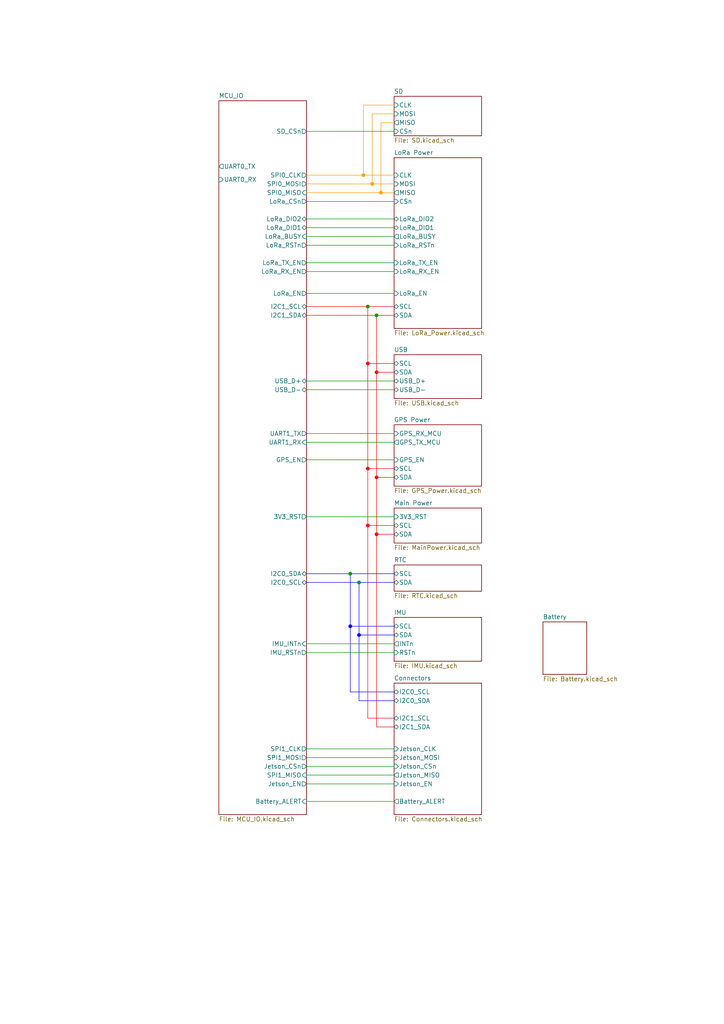
<source format=kicad_sch>
(kicad_sch
	(version 20231120)
	(generator "eeschema")
	(generator_version "8.0")
	(uuid "4c932743-8c6f-426e-9c1f-5a3f2b32c70d")
	(paper "A4" portrait)
	(lib_symbols)
	(junction
		(at 109.22 91.44)
		(diameter 0)
		(color 0 0 0 0)
		(uuid "0173eb6c-4bb3-4e49-a642-82d9d0c48f54")
	)
	(junction
		(at 106.68 135.89)
		(diameter 0)
		(color 255 0 0 1)
		(uuid "0ed76773-f47f-4a3c-854a-db4c44e985f1")
	)
	(junction
		(at 104.14 168.91)
		(diameter 0)
		(color 0 0 0 0)
		(uuid "29218e4d-2e5c-43fd-9d57-1825ba13b821")
	)
	(junction
		(at 106.68 152.4)
		(diameter 0)
		(color 255 0 24 1)
		(uuid "6b746409-a44e-4685-924f-750d70e8557c")
	)
	(junction
		(at 107.95 53.34)
		(diameter 0)
		(color 255 153 0 1)
		(uuid "7cc7569b-0969-4e32-8f42-70a4318d53ea")
	)
	(junction
		(at 106.68 88.9)
		(diameter 0)
		(color 0 0 0 0)
		(uuid "7fd7690c-1d18-449e-8923-51fdac15c2ed")
	)
	(junction
		(at 109.22 138.43)
		(diameter 0)
		(color 255 0 0 1)
		(uuid "850d2bac-0c7c-4554-a0db-20edf1c2953d")
	)
	(junction
		(at 106.68 105.41)
		(diameter 0)
		(color 255 0 0 1)
		(uuid "95081b59-3a0e-4739-b319-7ffd79ff9fb8")
	)
	(junction
		(at 104.14 184.15)
		(diameter 0)
		(color 0 0 255 1)
		(uuid "a2981548-7605-4cd9-8cf9-6748520deae3")
	)
	(junction
		(at 105.41 50.8)
		(diameter 0)
		(color 255 153 0 1)
		(uuid "b51d4e5f-8166-4475-9a46-04de80ed2f4e")
	)
	(junction
		(at 101.6 181.61)
		(diameter 0)
		(color 0 0 255 1)
		(uuid "bf095516-f558-402f-a049-04e296a55b2c")
	)
	(junction
		(at 101.6 166.37)
		(diameter 0)
		(color 0 0 0 0)
		(uuid "ce97ff93-5413-4325-b1bd-422e880803d3")
	)
	(junction
		(at 109.22 107.95)
		(diameter 0)
		(color 255 0 0 1)
		(uuid "d7c47aa9-2a74-491e-a354-1157457f43e7")
	)
	(junction
		(at 109.22 154.94)
		(diameter 0)
		(color 255 0 0 1)
		(uuid "e6ac7765-2ebd-4999-bb76-f2e6e70b7ac7")
	)
	(junction
		(at 110.49 55.88)
		(diameter 0)
		(color 255 153 0 1)
		(uuid "ef772079-a004-4cc4-b0f0-9ec5b1b51bf5")
	)
	(wire
		(pts
			(xy 107.95 33.02) (xy 107.95 53.34)
		)
		(stroke
			(width 0)
			(type default)
			(color 255 153 0 1)
		)
		(uuid "00e2a96b-dfc3-4615-896d-dbbf23d16375")
	)
	(wire
		(pts
			(xy 114.3 166.37) (xy 101.6 166.37)
		)
		(stroke
			(width 0)
			(type default)
			(color 0 0 255 1)
		)
		(uuid "075f93bc-0c72-4a40-a6f2-de0f68745e04")
	)
	(wire
		(pts
			(xy 88.9 168.91) (xy 104.14 168.91)
		)
		(stroke
			(width 0)
			(type default)
			(color 0 0 255 1)
		)
		(uuid "0e7d9b74-bb7f-4fa4-8005-c6169ee63ad3")
	)
	(wire
		(pts
			(xy 106.68 152.4) (xy 114.3 152.4)
		)
		(stroke
			(width 0)
			(type default)
			(color 255 0 24 1)
		)
		(uuid "0f26bec6-0727-4233-aedd-96a2e0f8c26b")
	)
	(wire
		(pts
			(xy 88.9 63.5) (xy 114.3 63.5)
		)
		(stroke
			(width 0)
			(type default)
		)
		(uuid "128e152f-9909-4889-94e3-dd130bbacbd2")
	)
	(wire
		(pts
			(xy 88.9 38.1) (xy 114.3 38.1)
		)
		(stroke
			(width 0)
			(type default)
		)
		(uuid "1d8d30f8-1c25-4158-985d-b195cbae722d")
	)
	(wire
		(pts
			(xy 88.9 227.33) (xy 114.3 227.33)
		)
		(stroke
			(width 0)
			(type default)
		)
		(uuid "1dc19486-0d56-412a-9290-c745ab41d842")
	)
	(wire
		(pts
			(xy 88.9 125.73) (xy 114.3 125.73)
		)
		(stroke
			(width 0)
			(type default)
		)
		(uuid "1e105472-5c4f-4901-a25b-a0f4344b2196")
	)
	(wire
		(pts
			(xy 114.3 88.9) (xy 106.68 88.9)
		)
		(stroke
			(width 0)
			(type default)
			(color 255 0 0 1)
		)
		(uuid "1eb03df7-79ee-4fdd-90a7-411c074a92d4")
	)
	(wire
		(pts
			(xy 104.14 203.2) (xy 114.3 203.2)
		)
		(stroke
			(width 0)
			(type default)
			(color 0 0 255 1)
		)
		(uuid "23706233-b5fc-44bc-ab4d-a322435e4642")
	)
	(wire
		(pts
			(xy 88.9 149.86) (xy 114.3 149.86)
		)
		(stroke
			(width 0)
			(type default)
		)
		(uuid "25c831ee-8447-4725-98e9-65ca432aab51")
	)
	(wire
		(pts
			(xy 109.22 154.94) (xy 109.22 210.82)
		)
		(stroke
			(width 0)
			(type default)
			(color 255 0 0 1)
		)
		(uuid "2cdadd40-94ed-402c-81b4-989ae56ed760")
	)
	(wire
		(pts
			(xy 88.9 110.49) (xy 114.3 110.49)
		)
		(stroke
			(width 0)
			(type default)
		)
		(uuid "2e0dcd32-312c-45cd-a0e0-549fcc6e1e54")
	)
	(wire
		(pts
			(xy 114.3 208.28) (xy 106.68 208.28)
		)
		(stroke
			(width 0)
			(type default)
			(color 255 0 24 1)
		)
		(uuid "2f5b42e6-bd34-4d89-acb5-91397e4027fa")
	)
	(wire
		(pts
			(xy 88.9 58.42) (xy 114.3 58.42)
		)
		(stroke
			(width 0)
			(type default)
		)
		(uuid "37151994-4f4b-4b83-bdc4-880df98f5aa9")
	)
	(wire
		(pts
			(xy 88.9 133.35) (xy 114.3 133.35)
		)
		(stroke
			(width 0)
			(type default)
		)
		(uuid "37a82815-4b0c-43c0-8b45-c79e4bf431d5")
	)
	(wire
		(pts
			(xy 88.9 88.9) (xy 106.68 88.9)
		)
		(stroke
			(width 0)
			(type default)
			(color 255 0 0 1)
		)
		(uuid "3c3ebc27-6906-4e6b-9fef-b6bec1bab733")
	)
	(wire
		(pts
			(xy 114.3 138.43) (xy 109.22 138.43)
		)
		(stroke
			(width 0)
			(type default)
			(color 255 0 0 1)
		)
		(uuid "3d2d918d-7ab9-4cf0-b938-cfcd79163356")
	)
	(wire
		(pts
			(xy 88.9 66.04) (xy 114.3 66.04)
		)
		(stroke
			(width 0)
			(type default)
		)
		(uuid "43023ba7-fef4-4c8a-8401-ab2457d2cd87")
	)
	(wire
		(pts
			(xy 88.9 189.23) (xy 114.3 189.23)
		)
		(stroke
			(width 0)
			(type default)
		)
		(uuid "4519523e-f30d-49f9-922f-50f65ebed652")
	)
	(wire
		(pts
			(xy 88.9 55.88) (xy 110.49 55.88)
		)
		(stroke
			(width 0)
			(type default)
			(color 255 153 0 1)
		)
		(uuid "4d889ff6-bcfc-4500-9b78-90a5fea9192b")
	)
	(wire
		(pts
			(xy 88.9 71.12) (xy 114.3 71.12)
		)
		(stroke
			(width 0)
			(type default)
		)
		(uuid "506006bd-ee5e-41d5-ae90-344f650fc1c2")
	)
	(wire
		(pts
			(xy 88.9 128.27) (xy 114.3 128.27)
		)
		(stroke
			(width 0)
			(type default)
		)
		(uuid "5d162be7-8f04-4210-9164-fa39b6736710")
	)
	(wire
		(pts
			(xy 106.68 88.9) (xy 106.68 105.41)
		)
		(stroke
			(width 0)
			(type default)
			(color 255 0 0 1)
		)
		(uuid "5e7779a8-275e-43c9-beec-205bebab246e")
	)
	(wire
		(pts
			(xy 109.22 138.43) (xy 109.22 107.95)
		)
		(stroke
			(width 0)
			(type default)
			(color 255 0 0 1)
		)
		(uuid "5f003af9-6f7c-4415-99e9-327699e6ce0e")
	)
	(wire
		(pts
			(xy 109.22 91.44) (xy 109.22 107.95)
		)
		(stroke
			(width 0)
			(type default)
			(color 255 0 0 1)
		)
		(uuid "60ca2c5b-484c-492d-a6f6-b74a5d0dca21")
	)
	(wire
		(pts
			(xy 88.9 224.79) (xy 114.3 224.79)
		)
		(stroke
			(width 0)
			(type default)
		)
		(uuid "6276f688-dd5f-43c3-8d5d-3f2208c4a5ed")
	)
	(wire
		(pts
			(xy 104.14 184.15) (xy 104.14 203.2)
		)
		(stroke
			(width 0)
			(type default)
			(color 0 0 255 1)
		)
		(uuid "63277cf1-d003-4f7b-94fc-38aa96124472")
	)
	(wire
		(pts
			(xy 88.9 76.2) (xy 114.3 76.2)
		)
		(stroke
			(width 0)
			(type default)
		)
		(uuid "6530f766-34aa-4e79-8ed3-e1c1ea64ba14")
	)
	(wire
		(pts
			(xy 114.3 184.15) (xy 104.14 184.15)
		)
		(stroke
			(width 0)
			(type default)
			(color 0 0 255 1)
		)
		(uuid "66c369fa-cf69-4411-bcb4-45dddf438ac0")
	)
	(wire
		(pts
			(xy 88.9 219.71) (xy 114.3 219.71)
		)
		(stroke
			(width 0)
			(type default)
		)
		(uuid "6e501006-d6c6-4f44-8ebe-8a7392f5b1dd")
	)
	(wire
		(pts
			(xy 106.68 152.4) (xy 106.68 135.89)
		)
		(stroke
			(width 0)
			(type default)
			(color 255 0 0 1)
		)
		(uuid "6eaf4722-4ebe-44dd-ac2f-e571fd87fbdd")
	)
	(wire
		(pts
			(xy 101.6 181.61) (xy 114.3 181.61)
		)
		(stroke
			(width 0)
			(type default)
			(color 0 0 255 1)
		)
		(uuid "799c45db-8dc8-4548-9acd-366506ecda3f")
	)
	(wire
		(pts
			(xy 109.22 107.95) (xy 114.3 107.95)
		)
		(stroke
			(width 0)
			(type default)
			(color 255 0 0 1)
		)
		(uuid "84329491-a80a-49d9-921c-2b27c1d47b7e")
	)
	(wire
		(pts
			(xy 101.6 181.61) (xy 101.6 200.66)
		)
		(stroke
			(width 0)
			(type default)
			(color 0 0 255 1)
		)
		(uuid "8b1b52e7-df06-4c43-951f-81579a844793")
	)
	(wire
		(pts
			(xy 114.3 35.56) (xy 110.49 35.56)
		)
		(stroke
			(width 0)
			(type default)
			(color 255 153 0 1)
		)
		(uuid "8b33ec89-0398-458f-b5bb-7f59241addb2")
	)
	(wire
		(pts
			(xy 88.9 50.8) (xy 105.41 50.8)
		)
		(stroke
			(width 0)
			(type default)
			(color 255 153 0 1)
		)
		(uuid "8d1861c9-394b-43a3-8e77-84d884f02026")
	)
	(wire
		(pts
			(xy 105.41 50.8) (xy 114.3 50.8)
		)
		(stroke
			(width 0)
			(type default)
			(color 255 153 0 1)
		)
		(uuid "8ef079d9-2205-4b63-a159-c0a829cebdcf")
	)
	(wire
		(pts
			(xy 88.9 166.37) (xy 101.6 166.37)
		)
		(stroke
			(width 0)
			(type default)
			(color 0 0 255 1)
		)
		(uuid "9051131b-4fa8-4119-9306-4ee86af4be14")
	)
	(wire
		(pts
			(xy 110.49 55.88) (xy 114.3 55.88)
		)
		(stroke
			(width 0)
			(type default)
			(color 255 153 0 1)
		)
		(uuid "975701f0-32ce-4dc7-b2e6-e19d438faf78")
	)
	(wire
		(pts
			(xy 88.9 91.44) (xy 109.22 91.44)
		)
		(stroke
			(width 0)
			(type default)
			(color 255 0 0 1)
		)
		(uuid "981c21a8-c837-49bb-be52-88745feee1ad")
	)
	(wire
		(pts
			(xy 88.9 85.09) (xy 114.3 85.09)
		)
		(stroke
			(width 0)
			(type default)
		)
		(uuid "992fc7f6-d1be-47cc-9283-53c150d7347f")
	)
	(wire
		(pts
			(xy 106.68 208.28) (xy 106.68 152.4)
		)
		(stroke
			(width 0)
			(type default)
			(color 255 0 24 1)
		)
		(uuid "9be25d8e-e318-4a6d-aea5-b15a4c962742")
	)
	(wire
		(pts
			(xy 88.9 232.41) (xy 114.3 232.41)
		)
		(stroke
			(width 0)
			(type default)
		)
		(uuid "9c1087bd-e2a1-4d57-b273-1aa1d78899fc")
	)
	(wire
		(pts
			(xy 105.41 30.48) (xy 105.41 50.8)
		)
		(stroke
			(width 0)
			(type default)
			(color 255 153 0 1)
		)
		(uuid "a4ce630f-7f47-4e05-b8e4-db08347e407a")
	)
	(wire
		(pts
			(xy 101.6 166.37) (xy 101.6 181.61)
		)
		(stroke
			(width 0)
			(type default)
			(color 0 0 255 1)
		)
		(uuid "a719bd86-3500-42dc-9a11-9256eb7f00a4")
	)
	(wire
		(pts
			(xy 101.6 200.66) (xy 114.3 200.66)
		)
		(stroke
			(width 0)
			(type default)
			(color 0 0 255 1)
		)
		(uuid "a9eb9689-31aa-4382-a61d-e191eab77a10")
	)
	(wire
		(pts
			(xy 109.22 154.94) (xy 114.3 154.94)
		)
		(stroke
			(width 0)
			(type default)
			(color 255 0 0 1)
		)
		(uuid "b157d46b-e071-4768-94bf-74a04a243ff1")
	)
	(wire
		(pts
			(xy 106.68 105.41) (xy 114.3 105.41)
		)
		(stroke
			(width 0)
			(type default)
			(color 255 0 0 1)
		)
		(uuid "bbd80b5e-e4a1-4a11-99a2-a5546359c388")
	)
	(wire
		(pts
			(xy 88.9 217.17) (xy 114.3 217.17)
		)
		(stroke
			(width 0)
			(type default)
		)
		(uuid "bcfecefb-09d8-4f52-80c6-650f9138518b")
	)
	(wire
		(pts
			(xy 110.49 35.56) (xy 110.49 55.88)
		)
		(stroke
			(width 0)
			(type default)
			(color 255 153 0 1)
		)
		(uuid "bdb4eb40-7a20-47c5-8ce2-7d0fa632a462")
	)
	(wire
		(pts
			(xy 88.9 222.25) (xy 114.3 222.25)
		)
		(stroke
			(width 0)
			(type default)
		)
		(uuid "bdb958bc-1141-4cbd-af79-75684e2d226f")
	)
	(wire
		(pts
			(xy 104.14 184.15) (xy 104.14 168.91)
		)
		(stroke
			(width 0)
			(type default)
			(color 0 0 255 1)
		)
		(uuid "c58d9c72-54dc-469a-9e8b-c3e8d089f780")
	)
	(wire
		(pts
			(xy 109.22 91.44) (xy 114.3 91.44)
		)
		(stroke
			(width 0)
			(type default)
			(color 255 0 0 1)
		)
		(uuid "cd9b490d-f968-4c1f-8dc5-307ab8243b74")
	)
	(wire
		(pts
			(xy 109.22 210.82) (xy 114.3 210.82)
		)
		(stroke
			(width 0)
			(type default)
			(color 255 0 0 1)
		)
		(uuid "d283aa0d-7a2c-4d11-913f-ffaa69f0db05")
	)
	(wire
		(pts
			(xy 114.3 33.02) (xy 107.95 33.02)
		)
		(stroke
			(width 0)
			(type default)
			(color 255 153 0 1)
		)
		(uuid "d58395aa-63ee-4376-8ea3-357cf01a139e")
	)
	(wire
		(pts
			(xy 104.14 168.91) (xy 114.3 168.91)
		)
		(stroke
			(width 0)
			(type default)
			(color 0 0 255 1)
		)
		(uuid "d756f3c5-ca78-4349-a863-25222e4973e5")
	)
	(wire
		(pts
			(xy 88.9 113.03) (xy 114.3 113.03)
		)
		(stroke
			(width 0)
			(type default)
		)
		(uuid "db816315-c3b3-4a93-8ceb-129a9d34ba6d")
	)
	(wire
		(pts
			(xy 107.95 53.34) (xy 114.3 53.34)
		)
		(stroke
			(width 0)
			(type default)
			(color 255 153 0 1)
		)
		(uuid "dba95954-51e4-4bf8-8a00-543aed01f57c")
	)
	(wire
		(pts
			(xy 106.68 105.41) (xy 106.68 135.89)
		)
		(stroke
			(width 0)
			(type default)
			(color 255 0 0 1)
		)
		(uuid "dd28b8c5-4923-4776-ada6-4bfcf78cb500")
	)
	(wire
		(pts
			(xy 109.22 138.43) (xy 109.22 154.94)
		)
		(stroke
			(width 0)
			(type default)
			(color 255 0 0 1)
		)
		(uuid "df63062f-ca41-47f3-b873-1aab22101cc5")
	)
	(wire
		(pts
			(xy 88.9 53.34) (xy 107.95 53.34)
		)
		(stroke
			(width 0)
			(type default)
			(color 255 153 0 1)
		)
		(uuid "e2c4bdea-d902-45c2-8db0-2c3186902183")
	)
	(wire
		(pts
			(xy 88.9 186.69) (xy 114.3 186.69)
		)
		(stroke
			(width 0)
			(type default)
		)
		(uuid "e478cf46-5588-443c-9660-89fe8ea9c9df")
	)
	(wire
		(pts
			(xy 88.9 68.58) (xy 114.3 68.58)
		)
		(stroke
			(width 0)
			(type default)
		)
		(uuid "e6252d3b-943d-4e17-b080-065954fb1031")
	)
	(wire
		(pts
			(xy 106.68 135.89) (xy 114.3 135.89)
		)
		(stroke
			(width 0)
			(type default)
			(color 255 0 0 1)
		)
		(uuid "e70e965c-dfb5-4657-8cb3-e068a3f7acb5")
	)
	(wire
		(pts
			(xy 114.3 30.48) (xy 105.41 30.48)
		)
		(stroke
			(width 0)
			(type default)
			(color 255 153 0 1)
		)
		(uuid "e7b3e851-f447-4acc-95b5-4d956eaae681")
	)
	(wire
		(pts
			(xy 88.9 78.74) (xy 114.3 78.74)
		)
		(stroke
			(width 0)
			(type default)
		)
		(uuid "fe79a98d-8e39-4d93-adba-997f6f582dd4")
	)
	(sheet
		(at 114.3 27.94)
		(size 25.4 11.43)
		(fields_autoplaced yes)
		(stroke
			(width 0.1524)
			(type solid)
		)
		(fill
			(color 0 0 0 0.0000)
		)
		(uuid "00f4ddfb-afd6-4184-9f71-0fb73daba661")
		(property "Sheetname" "SD"
			(at 114.3 27.2284 0)
			(effects
				(font
					(size 1.27 1.27)
				)
				(justify left bottom)
			)
		)
		(property "Sheetfile" "SD.kicad_sch"
			(at 114.3 39.9546 0)
			(effects
				(font
					(size 1.27 1.27)
				)
				(justify left top)
			)
		)
		(pin "CSn" input
			(at 114.3 38.1 180)
			(effects
				(font
					(size 1.27 1.27)
				)
				(justify left)
			)
			(uuid "cae913fb-1769-41e2-964c-5d592c3968d0")
		)
		(pin "CLK" input
			(at 114.3 30.48 180)
			(effects
				(font
					(size 1.27 1.27)
				)
				(justify left)
			)
			(uuid "e082bcd2-23d9-411f-a917-4a2d44dd1dee")
		)
		(pin "MOSI" input
			(at 114.3 33.02 180)
			(effects
				(font
					(size 1.27 1.27)
				)
				(justify left)
			)
			(uuid "0202200a-923f-41db-b509-ab5c5e4ac6a8")
		)
		(pin "MISO" output
			(at 114.3 35.56 180)
			(effects
				(font
					(size 1.27 1.27)
				)
				(justify left)
			)
			(uuid "04cc6717-38a7-42e5-a40c-37652ece658d")
		)
		(instances
			(project "Avionics-MainBoard"
				(path "/4c932743-8c6f-426e-9c1f-5a3f2b32c70d"
					(page "10")
				)
			)
		)
	)
	(sheet
		(at 114.3 123.19)
		(size 25.4 17.78)
		(fields_autoplaced yes)
		(stroke
			(width 0.1524)
			(type solid)
		)
		(fill
			(color 0 0 0 0.0000)
		)
		(uuid "1ff82478-f00f-4d48-a429-2ed9117c0498")
		(property "Sheetname" "GPS Power"
			(at 114.3 122.4784 0)
			(effects
				(font
					(size 1.27 1.27)
				)
				(justify left bottom)
			)
		)
		(property "Sheetfile" "GPS_Power.kicad_sch"
			(at 114.3 141.5546 0)
			(effects
				(font
					(size 1.27 1.27)
				)
				(justify left top)
			)
		)
		(pin "GPS_EN" input
			(at 114.3 133.35 180)
			(effects
				(font
					(size 1.27 1.27)
				)
				(justify left)
			)
			(uuid "2cc5e6c3-aedf-450e-983a-3d71cfab4321")
		)
		(pin "GPS_TX_MCU" output
			(at 114.3 128.27 180)
			(effects
				(font
					(size 1.27 1.27)
				)
				(justify left)
			)
			(uuid "f1d02189-f66b-4088-af07-6e6a9ceea7e7")
		)
		(pin "GPS_RX_MCU" input
			(at 114.3 125.73 180)
			(effects
				(font
					(size 1.27 1.27)
				)
				(justify left)
			)
			(uuid "bc913b87-64a8-4deb-9ade-9c6b16505ecb")
		)
		(pin "SCL" bidirectional
			(at 114.3 135.89 180)
			(effects
				(font
					(size 1.27 1.27)
				)
				(justify left)
			)
			(uuid "f080c0af-49f2-4383-a93c-50179f9c7e23")
		)
		(pin "SDA" bidirectional
			(at 114.3 138.43 180)
			(effects
				(font
					(size 1.27 1.27)
				)
				(justify left)
			)
			(uuid "b2afc323-980c-4504-906b-1b258a208fac")
		)
		(instances
			(project "Avionics-MainBoard"
				(path "/4c932743-8c6f-426e-9c1f-5a3f2b32c70d"
					(page "21")
				)
			)
		)
	)
	(sheet
		(at 63.5 29.21)
		(size 25.4 207.01)
		(fields_autoplaced yes)
		(stroke
			(width 0.1524)
			(type solid)
		)
		(fill
			(color 0 0 0 0.0000)
		)
		(uuid "21e71e76-dfb6-4af2-84cc-797c0fdddabe")
		(property "Sheetname" "MCU_IO"
			(at 63.5 28.4984 0)
			(effects
				(font
					(size 1.27 1.27)
				)
				(justify left bottom)
			)
		)
		(property "Sheetfile" "MCU_IO.kicad_sch"
			(at 63.5 236.8046 0)
			(effects
				(font
					(size 1.27 1.27)
				)
				(justify left top)
			)
		)
		(property "Field2" ""
			(at 63.5 29.21 0)
			(effects
				(font
					(size 1.27 1.27)
				)
				(hide yes)
			)
		)
		(pin "USB_D-" bidirectional
			(at 88.9 113.03 0)
			(effects
				(font
					(size 1.27 1.27)
				)
				(justify right)
			)
			(uuid "3b86f440-66af-4f5e-9cf1-c832262671c5")
		)
		(pin "USB_D+" bidirectional
			(at 88.9 110.49 0)
			(effects
				(font
					(size 1.27 1.27)
				)
				(justify right)
			)
			(uuid "f17d773e-1733-4c5f-be3f-9683626434a1")
		)
		(pin "IMU_INTn" input
			(at 88.9 186.69 0)
			(effects
				(font
					(size 1.27 1.27)
				)
				(justify right)
			)
			(uuid "de6994eb-de90-4c20-93a5-5e89fa1c4d68")
		)
		(pin "UART0_TX" output
			(at 63.5 48.26 180)
			(effects
				(font
					(size 1.27 1.27)
				)
				(justify left)
			)
			(uuid "1f2ee49a-e062-435d-b075-11498bd29317")
		)
		(pin "UART0_RX" input
			(at 63.5 52.07 180)
			(effects
				(font
					(size 1.27 1.27)
				)
				(justify left)
			)
			(uuid "f2ebafd0-7dc5-422b-a01a-0a06cb837910")
		)
		(pin "IMU_RSTn" output
			(at 88.9 189.23 0)
			(effects
				(font
					(size 1.27 1.27)
				)
				(justify right)
			)
			(uuid "6c2e2d2b-0bdb-4631-a292-bf4c8d2a65f7")
		)
		(pin "SPI1_MISO" input
			(at 88.9 224.79 0)
			(effects
				(font
					(size 1.27 1.27)
				)
				(justify right)
			)
			(uuid "765401e8-80a2-457f-ab24-c1a70422628f")
		)
		(pin "GPS_EN" output
			(at 88.9 133.35 0)
			(effects
				(font
					(size 1.27 1.27)
				)
				(justify right)
			)
			(uuid "cc5742b4-afd9-4dd4-b9bd-d7a6883d19d2")
		)
		(pin "LoRa_CSn" output
			(at 88.9 58.42 0)
			(effects
				(font
					(size 1.27 1.27)
				)
				(justify right)
			)
			(uuid "6415a37c-57a4-4752-a98c-6e591cd7a8e2")
		)
		(pin "3V3_RST" output
			(at 88.9 149.86 0)
			(effects
				(font
					(size 1.27 1.27)
				)
				(justify right)
			)
			(uuid "7eb4b6b4-e31c-4917-8103-e64789d9d1b7")
		)
		(pin "SPI0_MISO" input
			(at 88.9 55.88 0)
			(effects
				(font
					(size 1.27 1.27)
				)
				(justify right)
			)
			(uuid "dc77e504-2969-42ee-bd1c-018323f4ff5e")
		)
		(pin "SPI0_CLK" output
			(at 88.9 50.8 0)
			(effects
				(font
					(size 1.27 1.27)
				)
				(justify right)
			)
			(uuid "73a6e59f-542f-4049-9029-038227f441f1")
		)
		(pin "LoRa_EN" output
			(at 88.9 85.09 0)
			(effects
				(font
					(size 1.27 1.27)
				)
				(justify right)
			)
			(uuid "bfd02fa2-f99a-49ec-9bd3-cca94cc15e57")
		)
		(pin "LoRa_BUSY" input
			(at 88.9 68.58 0)
			(effects
				(font
					(size 1.27 1.27)
				)
				(justify right)
			)
			(uuid "e5bf7fd0-c642-4476-94db-a0dcb48484cd")
		)
		(pin "LoRa_RSTn" output
			(at 88.9 71.12 0)
			(effects
				(font
					(size 1.27 1.27)
				)
				(justify right)
			)
			(uuid "52dbd863-103b-4bef-845c-42b9eaf51c6d")
		)
		(pin "SD_CSn" output
			(at 88.9 38.1 0)
			(effects
				(font
					(size 1.27 1.27)
				)
				(justify right)
			)
			(uuid "6d01e3af-8ce3-4ed4-8bb9-1a4c7f04bc23")
		)
		(pin "SPI0_MOSI" output
			(at 88.9 53.34 0)
			(effects
				(font
					(size 1.27 1.27)
				)
				(justify right)
			)
			(uuid "bb049f05-981b-469d-8d91-a78d22258845")
		)
		(pin "LoRa_DIO2" bidirectional
			(at 88.9 63.5 0)
			(effects
				(font
					(size 1.27 1.27)
				)
				(justify right)
			)
			(uuid "b5c8c18a-fe60-4f25-812d-ece16246abf7")
		)
		(pin "LoRa_DIO1" bidirectional
			(at 88.9 66.04 0)
			(effects
				(font
					(size 1.27 1.27)
				)
				(justify right)
			)
			(uuid "2c764657-a04b-43a9-a7a7-28db5c60331e")
		)
		(pin "LoRa_RX_EN" output
			(at 88.9 78.74 0)
			(effects
				(font
					(size 1.27 1.27)
				)
				(justify right)
			)
			(uuid "b210b363-7726-42fe-b8ff-19371d97253b")
		)
		(pin "LoRa_TX_EN" output
			(at 88.9 76.2 0)
			(effects
				(font
					(size 1.27 1.27)
				)
				(justify right)
			)
			(uuid "589ec32e-9e55-4b52-aaf7-1045e988aee3")
		)
		(pin "Battery_ALERT" input
			(at 88.9 232.41 0)
			(effects
				(font
					(size 1.27 1.27)
				)
				(justify right)
			)
			(uuid "8c57d40e-f5ba-479e-8ca6-ebdd527764fe")
		)
		(pin "SPI1_CLK" output
			(at 88.9 217.17 0)
			(effects
				(font
					(size 1.27 1.27)
				)
				(justify right)
			)
			(uuid "77f6a3be-31af-4166-a80c-81489086f14b")
		)
		(pin "Jetson_EN" output
			(at 88.9 227.33 0)
			(effects
				(font
					(size 1.27 1.27)
				)
				(justify right)
			)
			(uuid "6ec73e4e-d3a9-4097-a734-fdaf0c34ebcc")
		)
		(pin "SPI1_MOSI" output
			(at 88.9 219.71 0)
			(effects
				(font
					(size 1.27 1.27)
				)
				(justify right)
			)
			(uuid "0cd88026-dc67-4e34-9b91-bda12c7a1cfc")
		)
		(pin "Jetson_CSn" output
			(at 88.9 222.25 0)
			(effects
				(font
					(size 1.27 1.27)
				)
				(justify right)
			)
			(uuid "20175713-d4a9-4cbc-a5af-7f97d6770467")
		)
		(pin "I2C0_SDA" bidirectional
			(at 88.9 166.37 0)
			(effects
				(font
					(size 1.27 1.27)
				)
				(justify right)
			)
			(uuid "28ec6aa9-e9cb-4782-b997-dd73dc4e5803")
		)
		(pin "I2C1_SDA" bidirectional
			(at 88.9 91.44 0)
			(effects
				(font
					(size 1.27 1.27)
				)
				(justify right)
			)
			(uuid "91e8b27a-4470-4fe2-bb27-ac6f5ecdaeb0")
		)
		(pin "I2C0_SCL" bidirectional
			(at 88.9 168.91 0)
			(effects
				(font
					(size 1.27 1.27)
				)
				(justify right)
			)
			(uuid "af9faa49-2a09-46fb-9aa7-6c017bba1d48")
		)
		(pin "I2C1_SCL" bidirectional
			(at 88.9 88.9 0)
			(effects
				(font
					(size 1.27 1.27)
				)
				(justify right)
			)
			(uuid "28517976-133b-475c-a2fd-f3234eb455a6")
		)
		(pin "UART1_TX" output
			(at 88.9 125.73 0)
			(effects
				(font
					(size 1.27 1.27)
				)
				(justify right)
			)
			(uuid "a6f55fd1-1fe9-4068-b5d7-271eec43ade6")
		)
		(pin "UART1_RX" input
			(at 88.9 128.27 0)
			(effects
				(font
					(size 1.27 1.27)
				)
				(justify right)
			)
			(uuid "d98e32ac-6322-4744-b09a-59672d3e0498")
		)
		(instances
			(project "Avionics-MainBoard"
				(path "/4c932743-8c6f-426e-9c1f-5a3f2b32c70d"
					(page "2")
				)
			)
		)
	)
	(sheet
		(at 114.3 198.12)
		(size 25.4 38.1)
		(fields_autoplaced yes)
		(stroke
			(width 0.1524)
			(type solid)
		)
		(fill
			(color 0 0 0 0.0000)
		)
		(uuid "4f4b7284-37b0-4a6d-8b77-acbb922141bd")
		(property "Sheetname" "Connectors"
			(at 114.3 197.4084 0)
			(effects
				(font
					(size 1.27 1.27)
				)
				(justify left bottom)
			)
		)
		(property "Sheetfile" "Connectors.kicad_sch"
			(at 114.3 236.8046 0)
			(effects
				(font
					(size 1.27 1.27)
				)
				(justify left top)
			)
		)
		(pin "Jetson_CLK" input
			(at 114.3 217.17 180)
			(effects
				(font
					(size 1.27 1.27)
				)
				(justify left)
			)
			(uuid "dc798a62-5839-469e-92ab-d8d8d2653681")
		)
		(pin "Jetson_MOSI" input
			(at 114.3 219.71 180)
			(effects
				(font
					(size 1.27 1.27)
				)
				(justify left)
			)
			(uuid "f73ccc6a-ec79-4be4-ba07-719dea9d6003")
		)
		(pin "Jetson_CSn" input
			(at 114.3 222.25 180)
			(effects
				(font
					(size 1.27 1.27)
				)
				(justify left)
			)
			(uuid "67f20dd4-ecf1-4dc3-af21-9523dcf20f14")
		)
		(pin "Jetson_MISO" output
			(at 114.3 224.79 180)
			(effects
				(font
					(size 1.27 1.27)
				)
				(justify left)
			)
			(uuid "19969a82-35a6-4fbe-a1ea-7ad54428670a")
		)
		(pin "I2C1_SDA" bidirectional
			(at 114.3 210.82 180)
			(effects
				(font
					(size 1.27 1.27)
				)
				(justify left)
			)
			(uuid "5d02a17e-b639-48c1-8142-3f3fcfee2e14")
		)
		(pin "I2C1_SCL" bidirectional
			(at 114.3 208.28 180)
			(effects
				(font
					(size 1.27 1.27)
				)
				(justify left)
			)
			(uuid "b283c831-a379-4bff-9b03-d9a473066ef4")
		)
		(pin "Jetson_EN" input
			(at 114.3 227.33 180)
			(effects
				(font
					(size 1.27 1.27)
				)
				(justify left)
			)
			(uuid "ea4a87ff-0862-48f7-8dbd-e8ba8f3a2b73")
		)
		(pin "I2C0_SCL" bidirectional
			(at 114.3 200.66 180)
			(effects
				(font
					(size 1.27 1.27)
				)
				(justify left)
			)
			(uuid "66ac702a-ca68-4ab8-bb60-2f218ce2a5dc")
		)
		(pin "Battery_ALERT" output
			(at 114.3 232.41 180)
			(effects
				(font
					(size 1.27 1.27)
				)
				(justify left)
			)
			(uuid "e251f7d3-d779-4f86-9380-f60f197c679e")
		)
		(pin "I2C0_SDA" bidirectional
			(at 114.3 203.2 180)
			(effects
				(font
					(size 1.27 1.27)
				)
				(justify left)
			)
			(uuid "f25746b2-d0f7-4ec3-a1e1-de73746e291d")
		)
		(instances
			(project "Avionics-MainBoard"
				(path "/4c932743-8c6f-426e-9c1f-5a3f2b32c70d"
					(page "20")
				)
			)
		)
	)
	(sheet
		(at 114.3 147.32)
		(size 25.4 10.16)
		(fields_autoplaced yes)
		(stroke
			(width 0.1524)
			(type solid)
		)
		(fill
			(color 0 0 0 0.0000)
		)
		(uuid "60aa2943-2df4-4541-853f-c25e8e58a8ce")
		(property "Sheetname" "Main Power"
			(at 114.3 146.6084 0)
			(effects
				(font
					(size 1.27 1.27)
				)
				(justify left bottom)
			)
		)
		(property "Sheetfile" "MainPower.kicad_sch"
			(at 114.3 158.0646 0)
			(effects
				(font
					(size 1.27 1.27)
				)
				(justify left top)
			)
		)
		(pin "3V3_RST" input
			(at 114.3 149.86 180)
			(effects
				(font
					(size 1.27 1.27)
				)
				(justify left)
			)
			(uuid "370880a7-fd6f-4f8a-a5ea-f70a4ec71414")
		)
		(pin "SCL" bidirectional
			(at 114.3 152.4 180)
			(effects
				(font
					(size 1.27 1.27)
				)
				(justify left)
			)
			(uuid "1d1ef83c-6584-48c5-9670-6f8760fb2884")
		)
		(pin "SDA" bidirectional
			(at 114.3 154.94 180)
			(effects
				(font
					(size 1.27 1.27)
				)
				(justify left)
			)
			(uuid "50efbac8-d118-4084-8d95-252e70c8bd49")
		)
		(instances
			(project "Avionics-MainBoard"
				(path "/4c932743-8c6f-426e-9c1f-5a3f2b32c70d"
					(page "25")
				)
			)
		)
	)
	(sheet
		(at 114.3 45.72)
		(size 25.4 49.53)
		(fields_autoplaced yes)
		(stroke
			(width 0.1524)
			(type solid)
		)
		(fill
			(color 0 0 0 0.0000)
		)
		(uuid "6167394f-ef17-4174-a137-33bfda5b3a14")
		(property "Sheetname" "LoRa Power"
			(at 114.3 45.0084 0)
			(effects
				(font
					(size 1.27 1.27)
				)
				(justify left bottom)
			)
		)
		(property "Sheetfile" "LoRa_Power.kicad_sch"
			(at 114.3 95.8346 0)
			(effects
				(font
					(size 1.27 1.27)
				)
				(justify left top)
			)
		)
		(pin "LoRa_EN" input
			(at 114.3 85.09 180)
			(effects
				(font
					(size 1.27 1.27)
				)
				(justify left)
			)
			(uuid "83fca3c1-729b-485e-b1a2-d43ac52bcecc")
		)
		(pin "MOSI" input
			(at 114.3 53.34 180)
			(effects
				(font
					(size 1.27 1.27)
				)
				(justify left)
			)
			(uuid "8c951e95-26af-4a58-b9d6-a4e5ddf72655")
		)
		(pin "CLK" input
			(at 114.3 50.8 180)
			(effects
				(font
					(size 1.27 1.27)
				)
				(justify left)
			)
			(uuid "30ff3365-2dbc-4262-b59e-81f49d1ee44c")
		)
		(pin "MISO" output
			(at 114.3 55.88 180)
			(effects
				(font
					(size 1.27 1.27)
				)
				(justify left)
			)
			(uuid "1ea7c326-95dc-4811-9ca9-5bceb3f7450a")
		)
		(pin "LoRa_RSTn" input
			(at 114.3 71.12 180)
			(effects
				(font
					(size 1.27 1.27)
				)
				(justify left)
			)
			(uuid "4f0a1ac9-8bb9-48ac-9db7-38ce42230db3")
		)
		(pin "LoRa_DIO1" bidirectional
			(at 114.3 66.04 180)
			(effects
				(font
					(size 1.27 1.27)
				)
				(justify left)
			)
			(uuid "c08475ee-92b4-420b-b580-41ec5c74600a")
		)
		(pin "LoRa_DIO2" bidirectional
			(at 114.3 63.5 180)
			(effects
				(font
					(size 1.27 1.27)
				)
				(justify left)
			)
			(uuid "62c2003a-c438-43a6-b56e-bc8c4c04e516")
		)
		(pin "LoRa_BUSY" output
			(at 114.3 68.58 180)
			(effects
				(font
					(size 1.27 1.27)
				)
				(justify left)
			)
			(uuid "40a28ace-7a0f-4530-8cd6-3199411a76b9")
		)
		(pin "CSn" input
			(at 114.3 58.42 180)
			(effects
				(font
					(size 1.27 1.27)
				)
				(justify left)
			)
			(uuid "18bce6a1-0446-411d-befa-8ec097d623d6")
		)
		(pin "LoRa_TX_EN" input
			(at 114.3 76.2 180)
			(effects
				(font
					(size 1.27 1.27)
				)
				(justify left)
			)
			(uuid "5e0ef0ab-9a8a-490c-8f53-a56244b8fb08")
		)
		(pin "LoRa_RX_EN" input
			(at 114.3 78.74 180)
			(effects
				(font
					(size 1.27 1.27)
				)
				(justify left)
			)
			(uuid "e3c7b683-e54d-402d-b158-f325e753eb1c")
		)
		(pin "SCL" bidirectional
			(at 114.3 88.9 180)
			(effects
				(font
					(size 1.27 1.27)
				)
				(justify left)
			)
			(uuid "6d67841e-9850-4cc6-8b79-9abec9c1102f")
		)
		(pin "SDA" bidirectional
			(at 114.3 91.44 180)
			(effects
				(font
					(size 1.27 1.27)
				)
				(justify left)
			)
			(uuid "053ff268-d0dc-4b08-951a-55a2445e0d47")
		)
		(instances
			(project "Avionics-MainBoard"
				(path "/4c932743-8c6f-426e-9c1f-5a3f2b32c70d"
					(page "23")
				)
			)
		)
	)
	(sheet
		(at 114.3 102.87)
		(size 25.4 12.7)
		(fields_autoplaced yes)
		(stroke
			(width 0.1524)
			(type solid)
		)
		(fill
			(color 0 0 0 0.0000)
		)
		(uuid "83586450-5275-466d-92ec-f4b550f48d32")
		(property "Sheetname" "USB"
			(at 114.3 102.1584 0)
			(effects
				(font
					(size 1.27 1.27)
				)
				(justify left bottom)
			)
		)
		(property "Sheetfile" "USB.kicad_sch"
			(at 114.3 116.1546 0)
			(effects
				(font
					(size 1.27 1.27)
				)
				(justify left top)
			)
		)
		(pin "SCL" bidirectional
			(at 114.3 105.41 180)
			(effects
				(font
					(size 1.27 1.27)
				)
				(justify left)
			)
			(uuid "7b24af6a-6e3f-4e0d-a442-3b5beef937cc")
		)
		(pin "SDA" bidirectional
			(at 114.3 107.95 180)
			(effects
				(font
					(size 1.27 1.27)
				)
				(justify left)
			)
			(uuid "cac89358-5b8d-4a3b-ad18-5b7b6fd9eae0")
		)
		(pin "USB_D+" bidirectional
			(at 114.3 110.49 180)
			(effects
				(font
					(size 1.27 1.27)
				)
				(justify left)
			)
			(uuid "0e09fc3f-2dee-4cd8-ad24-3569c361671a")
		)
		(pin "USB_D-" bidirectional
			(at 114.3 113.03 180)
			(effects
				(font
					(size 1.27 1.27)
				)
				(justify left)
			)
			(uuid "3c9960c4-8d2d-4e2e-8228-da2b31e4d33a")
		)
		(instances
			(project "Avionics-MainBoard"
				(path "/4c932743-8c6f-426e-9c1f-5a3f2b32c70d"
					(page "9")
				)
			)
		)
	)
	(sheet
		(at 157.48 180.34)
		(size 12.7 15.24)
		(fields_autoplaced yes)
		(stroke
			(width 0.1524)
			(type solid)
		)
		(fill
			(color 0 0 0 0.0000)
		)
		(uuid "9c9d9468-b4b2-4446-8643-65a41782778e")
		(property "Sheetname" "Battery"
			(at 157.48 179.6284 0)
			(effects
				(font
					(size 1.27 1.27)
				)
				(justify left bottom)
			)
		)
		(property "Sheetfile" "Battery.kicad_sch"
			(at 157.48 196.1646 0)
			(effects
				(font
					(size 1.27 1.27)
				)
				(justify left top)
			)
		)
		(instances
			(project "Avionics-MainBoard"
				(path "/4c932743-8c6f-426e-9c1f-5a3f2b32c70d"
					(page "20")
				)
			)
		)
	)
	(sheet
		(at 114.3 163.83)
		(size 25.4 7.62)
		(fields_autoplaced yes)
		(stroke
			(width 0.1524)
			(type solid)
		)
		(fill
			(color 0 0 0 0.0000)
		)
		(uuid "b16b096c-e757-42e7-a323-f6a3422bc211")
		(property "Sheetname" "RTC"
			(at 114.3 163.1184 0)
			(effects
				(font
					(size 1.27 1.27)
				)
				(justify left bottom)
			)
		)
		(property "Sheetfile" "RTC.kicad_sch"
			(at 114.3 172.0346 0)
			(effects
				(font
					(size 1.27 1.27)
				)
				(justify left top)
			)
		)
		(property "Field2" ""
			(at 114.3 163.83 0)
			(effects
				(font
					(size 1.27 1.27)
				)
				(hide yes)
			)
		)
		(pin "SDA" bidirectional
			(at 114.3 168.91 180)
			(effects
				(font
					(size 1.27 1.27)
				)
				(justify left)
			)
			(uuid "7228dbfe-69b2-435a-939d-6390c6f14615")
		)
		(pin "SCL" bidirectional
			(at 114.3 166.37 180)
			(effects
				(font
					(size 1.27 1.27)
				)
				(justify left)
			)
			(uuid "529169c0-e620-4064-b300-016365f1f9e5")
		)
		(instances
			(project "Avionics-MainBoard"
				(path "/4c932743-8c6f-426e-9c1f-5a3f2b32c70d"
					(page "7")
				)
			)
		)
	)
	(sheet
		(at 114.3 179.07)
		(size 25.4 12.7)
		(fields_autoplaced yes)
		(stroke
			(width 0.1524)
			(type solid)
		)
		(fill
			(color 0 0 0 0.0000)
		)
		(uuid "db13e207-3bf8-4f4b-b8f6-f29c20baff72")
		(property "Sheetname" "IMU"
			(at 114.3 178.3584 0)
			(effects
				(font
					(size 1.27 1.27)
				)
				(justify left bottom)
			)
		)
		(property "Sheetfile" "IMU.kicad_sch"
			(at 114.3 192.3546 0)
			(effects
				(font
					(size 1.27 1.27)
				)
				(justify left top)
			)
		)
		(pin "SDA" bidirectional
			(at 114.3 184.15 180)
			(effects
				(font
					(size 1.27 1.27)
				)
				(justify left)
			)
			(uuid "6c5ce57e-b1b9-4a56-be1b-a098bebf9fd1")
		)
		(pin "SCL" bidirectional
			(at 114.3 181.61 180)
			(effects
				(font
					(size 1.27 1.27)
				)
				(justify left)
			)
			(uuid "f983eaa8-1973-478b-a18c-d64ba3cafa64")
		)
		(pin "INTn" output
			(at 114.3 186.69 180)
			(effects
				(font
					(size 1.27 1.27)
				)
				(justify left)
			)
			(uuid "b8570a7a-53a4-4ebb-a181-8d6c956c5da8")
		)
		(pin "RSTn" input
			(at 114.3 189.23 180)
			(effects
				(font
					(size 1.27 1.27)
				)
				(justify left)
			)
			(uuid "197aa6fe-191d-4d30-b4b2-61fc351a6995")
		)
		(instances
			(project "Avionics-MainBoard"
				(path "/4c932743-8c6f-426e-9c1f-5a3f2b32c70d"
					(page "4")
				)
			)
		)
	)
	(sheet_instances
		(path "/"
			(page "1")
		)
	)
)

</source>
